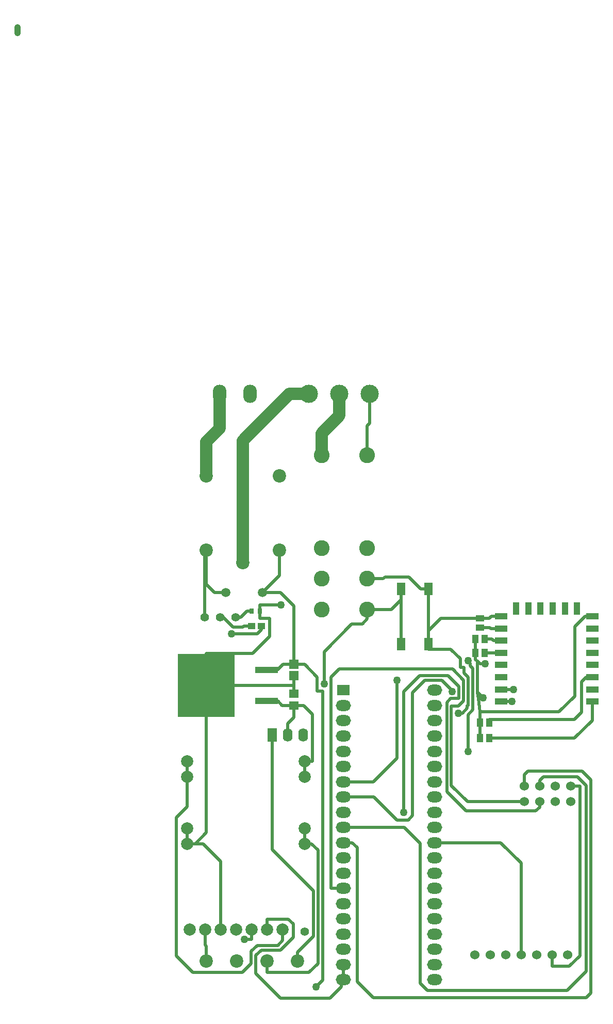
<source format=gtl>
G04 Layer_Physical_Order=1*
G04 Layer_Color=25308*
%FSLAX44Y44*%
%MOMM*%
G71*
G01*
G75*
%ADD10R,1.1500X1.0500*%
%ADD11R,0.7000X0.9500*%
%ADD12R,1.5500X1.5500*%
%ADD13R,1.5500X1.4500*%
%ADD14R,2.0000X1.0000*%
%ADD15R,1.0000X2.0000*%
%ADD16R,1.3500X1.0000*%
%ADD17R,1.0000X1.3500*%
%ADD18R,1.4000X2.1000*%
%ADD19R,9.3000X10.4000*%
%ADD20R,3.8000X1.0000*%
%ADD21C,0.5000*%
%ADD22C,1.0000*%
%ADD23C,2.0000*%
%ADD24O,1.6000X2.2000*%
%ADD25R,1.6000X2.2000*%
%ADD26C,1.5000*%
%ADD27O,2.2500X3.0000*%
%ADD28C,3.0000*%
%ADD29C,2.2000*%
%ADD30C,1.4000*%
%ADD31C,1.5240*%
%ADD32C,1.3970*%
%ADD33R,2.0000X1.8000*%
%ADD34O,2.5000X1.8000*%
%ADD35C,2.0000*%
%ADD36C,2.6000*%
%ADD37C,1.2700*%
D10*
X384180Y871220D02*
D03*
X400680D02*
D03*
D11*
X398160Y895350D02*
D03*
X384160D02*
D03*
D12*
X453390Y808080D02*
D03*
Y789580D02*
D03*
D13*
Y741070D02*
D03*
Y760070D02*
D03*
D14*
X793680Y747320D02*
D03*
Y767320D02*
D03*
Y787320D02*
D03*
Y807320D02*
D03*
Y827320D02*
D03*
Y847320D02*
D03*
Y867320D02*
D03*
Y887320D02*
D03*
X943680D02*
D03*
Y867320D02*
D03*
Y847320D02*
D03*
Y827320D02*
D03*
Y807320D02*
D03*
Y787320D02*
D03*
Y767320D02*
D03*
Y747320D02*
D03*
D15*
X818680Y900320D02*
D03*
X838680D02*
D03*
X858680D02*
D03*
X878680D02*
D03*
X898680D02*
D03*
X918680D02*
D03*
D16*
X759460Y868800D02*
D03*
Y883800D02*
D03*
D17*
X766960Y849630D02*
D03*
X751960D02*
D03*
X766960Y826770D02*
D03*
X751960D02*
D03*
X774580Y687070D02*
D03*
X759580D02*
D03*
X774580Y712470D02*
D03*
X759580D02*
D03*
D18*
X674899Y841444D02*
D03*
Y932444D02*
D03*
X629900Y841444D02*
D03*
Y932444D02*
D03*
D19*
X309940Y773430D02*
D03*
D20*
X408440Y798830D02*
D03*
Y748030D02*
D03*
D21*
X429570Y953770D02*
Y995360D01*
X401630Y925830D02*
X429570Y953770D01*
X534670Y590810D02*
X584448D01*
X622554Y552704D01*
X641350D01*
X648716Y560070D01*
Y762000D01*
X669026Y782310D01*
X696224D01*
X713486Y765048D01*
Y763778D02*
Y765048D01*
X793680Y747320D02*
X811807D01*
X793680Y767320D02*
X814324D01*
X622808Y654418D02*
Y782320D01*
X584200Y615810D02*
X622808Y654418D01*
X534670Y615810D02*
X584200D01*
X774580Y687070D02*
X914400D01*
X943864Y716534D01*
X943680Y747320D02*
X943864D01*
X759460Y868800D02*
X775716D01*
X777196Y867320D01*
X793680D01*
X766960Y849630D02*
X779018D01*
X781328Y847320D01*
X793680D01*
X766960Y826770D02*
X780034D01*
X780584Y827320D01*
X793680D01*
X774580Y712470D02*
Y718312D01*
X914400D02*
X925830Y729742D01*
Y779700D01*
X933450Y787320D01*
X943680D01*
X574040Y1151690D02*
Y1199642D01*
X578320Y1203922D01*
Y1252220D01*
X574040Y898290D02*
X613789D01*
X629900Y914400D01*
Y841444D02*
Y914400D01*
X574040Y882650D02*
Y898290D01*
X565912Y874522D02*
X574040Y882650D01*
X548640Y874522D02*
X565912D01*
X503174Y829056D02*
X548640Y874522D01*
X503174Y775970D02*
Y829056D01*
X739648Y665480D02*
Y725904D01*
X747537Y733792D01*
Y801863D01*
X743458Y805942D02*
X747537Y801863D01*
X743458Y805942D02*
Y810514D01*
X739394Y814578D02*
X743458Y810514D01*
X350774Y858266D02*
X393700D01*
X400680Y865246D01*
Y871220D01*
X278150Y623660D02*
Y649060D01*
Y574822D02*
Y623660D01*
X260604Y557276D02*
X278150Y574822D01*
X260604Y330200D02*
Y557276D01*
Y330200D02*
X288036Y302768D01*
X369038D01*
X383770Y317500D01*
Y337542D01*
X393700Y347472D01*
X427182D01*
X435310Y355600D01*
Y372980D01*
X751960Y826770D02*
Y849630D01*
X758927Y730758D02*
X759580Y712470D01*
X751960Y816515D02*
Y826770D01*
X758927Y809548D02*
X767588D01*
X932024Y887320D02*
X943680D01*
X914654Y869950D02*
X932024Y887320D01*
X914654Y756412D02*
Y869950D01*
X889000Y730758D02*
X914654Y756412D01*
X758927Y730758D02*
X889000D01*
X758927D02*
X759580Y723900D01*
Y712470D02*
Y723900D01*
Y687070D02*
Y712470D01*
X755077Y762693D02*
Y813398D01*
Y762693D02*
X764660Y753110D01*
X384510Y357632D02*
Y372980D01*
X372364Y357632D02*
X384510D01*
X408440Y748030D02*
X427228D01*
X434188Y741070D01*
X453390D01*
X443230Y692150D02*
Y711454D01*
X453390Y721614D01*
Y741070D01*
X469900D01*
X484378Y726592D01*
Y649060D02*
Y726592D01*
X471150Y649060D02*
X484378D01*
X471150Y623660D02*
Y649060D01*
X309810Y321310D02*
Y346202D01*
X308310Y347702D02*
X309810Y346202D01*
X308310Y347702D02*
Y372980D01*
X471150Y514260D02*
Y539660D01*
Y514260D02*
X482600D01*
X493195Y503665D01*
Y317500D02*
Y503665D01*
X478463Y302768D02*
X493195Y317500D01*
X409810Y302768D02*
X478463D01*
X409810D02*
Y321310D01*
X534670Y290810D02*
Y315810D01*
X409910Y372980D02*
Y390652D01*
X444500D01*
X452810Y382342D01*
Y360820D02*
Y382342D01*
X431800Y339810D02*
X452810Y360820D01*
X400050Y339810D02*
X431800D01*
X391310Y331070D02*
X400050Y339810D01*
X391310Y301348D02*
Y331070D01*
Y301348D02*
X431800Y260858D01*
X512572D01*
X531114Y279400D01*
Y290810D02*
X534670D01*
X304800Y514260D02*
X333710Y485350D01*
Y372980D02*
Y485350D01*
X278150Y514260D02*
Y539660D01*
Y514260D02*
X292100D01*
X309940Y532100D01*
Y773430D01*
X759460Y883800D02*
X774700D01*
X778220Y887320D01*
X793680D01*
X695099Y883800D02*
X759460D01*
X674899Y863600D02*
X695099Y883800D01*
X674899Y841444D02*
Y863600D01*
X661670Y932444D02*
X674899D01*
X642630Y951484D02*
X661670Y932444D01*
X603250Y951484D02*
X642630D01*
X600456Y948690D02*
X603250Y951484D01*
X574040Y948690D02*
X600456D01*
X723646Y728110D02*
X730250D01*
X738438Y736298D01*
Y740810D01*
X739996D01*
Y787400D01*
X732929Y794467D02*
X739996Y787400D01*
X732794Y794467D02*
X732929D01*
X732794D02*
Y803317D01*
X726680D02*
X732794D01*
X726680D02*
Y817640D01*
X711200Y833120D02*
X726680Y817640D01*
X674899Y833120D02*
Y841444D01*
X398160Y895350D02*
Y906018D01*
X432054D01*
X309940Y773430D02*
X453390D01*
X309940D02*
Y826068D01*
X386140D02*
X414020Y853948D01*
Y884174D01*
X398160D02*
X414020D01*
X398160D02*
Y895350D01*
X908050Y608330D02*
X923290D01*
Y330200D02*
Y608330D01*
X906018Y312928D02*
X923290Y330200D01*
X877570Y312928D02*
X906018D01*
X877570D02*
Y331470D01*
X408440Y798830D02*
X426212D01*
X435462Y808080D01*
X453390D01*
X401630Y925830D02*
X431800D01*
X453390Y904240D01*
Y808080D02*
Y904240D01*
X489712Y279400D02*
X500736Y290424D01*
Y764792D01*
X491784D02*
X500736D01*
X491784D02*
Y787400D01*
X471104Y808080D02*
X491784Y787400D01*
X453390Y808080D02*
X471104D01*
X738926Y582930D02*
X831850D01*
X712256Y609600D02*
X738926Y582930D01*
X712256Y609600D02*
Y739500D01*
X723900D01*
X732456Y748056D01*
Y782460D01*
X714308Y800608D02*
X732456Y782460D01*
X527812Y800608D02*
X714308D01*
X514604Y787400D02*
X527812Y800608D01*
X514604Y440810D02*
Y787400D01*
Y440810D02*
X534670D01*
X831850Y608330D02*
Y627126D01*
X838200Y633476D01*
X927100D01*
X941578Y618998D01*
Y269494D02*
Y618998D01*
X933450Y261366D02*
X941578Y269494D01*
X584200Y261366D02*
X933450D01*
X557530Y288036D02*
X584200Y261366D01*
X557530Y288036D02*
Y508000D01*
X549720Y515810D02*
X557530Y508000D01*
X534670Y515810D02*
X549720D01*
X634238Y565404D02*
Y763689D01*
X660400Y789851D01*
X707086D01*
X724916Y772021D01*
Y752388D02*
Y772021D01*
X711200Y752388D02*
X724916D01*
X704715Y745903D02*
X711200Y752388D01*
X704715Y599575D02*
Y745903D01*
Y599575D02*
X736600Y567690D01*
X850900D01*
X857250Y574040D01*
Y582930D01*
X534670Y540810D02*
X635000D01*
X661416Y514394D01*
Y285242D02*
Y514394D01*
Y285242D02*
X673100Y273558D01*
X902716D01*
X933958Y304800D01*
Y609600D01*
X919480Y624078D02*
X933958Y609600D01*
X863600Y624078D02*
X919480D01*
X857250Y617728D02*
X863600Y624078D01*
X857250Y608330D02*
Y617728D01*
X684670Y515810D02*
X793560D01*
X826770Y482600D01*
Y331470D02*
Y482600D01*
X309570Y939800D02*
Y995360D01*
Y939800D02*
X323540Y925830D01*
X341630D01*
X307340Y995360D02*
X309570D01*
X358140Y885190D02*
X366014D01*
X376174Y895350D01*
X384160D01*
X332740Y885190D02*
X337566D01*
X353314Y869442D01*
X370078D01*
X371856Y871220D01*
X384180D01*
X459810Y321310D02*
Y336105D01*
X485655Y361950D01*
Y436619D01*
X417830Y504444D02*
X485655Y436619D01*
X417830Y504444D02*
Y692150D01*
X943864Y716534D02*
Y747320D01*
X774580Y718312D02*
X914400D01*
X629900Y914400D02*
Y932444D01*
X756353Y752109D02*
X758927Y730758D01*
X755077Y762693D02*
X756353Y752109D01*
X751960Y816515D02*
X755077Y813398D01*
X758927Y809548D01*
X292100Y514260D02*
X304800D01*
X531114Y279400D02*
Y290810D01*
X309940Y826068D02*
X386140D01*
X453390Y760070D02*
Y773430D01*
Y789580D01*
X674899Y863600D02*
Y932444D01*
Y833120D02*
X711200D01*
X307340Y885190D02*
Y995360D01*
D22*
X0Y1849120D02*
Y1852930D01*
Y1844040D02*
Y1849120D01*
D23*
X369570Y975360D02*
Y1175512D01*
X446278Y1252220D01*
X478320D01*
X309570Y1117360D02*
Y1173480D01*
X331870Y1195780D01*
Y1252220D01*
X499040Y1151690D02*
Y1187196D01*
X528320Y1216476D01*
Y1252220D01*
D24*
X468630Y692150D02*
D03*
X443230D02*
D03*
D25*
X417830D02*
D03*
D26*
X341630Y925830D02*
D03*
X401630D02*
D03*
D27*
X381870Y1252220D02*
D03*
X331870D02*
D03*
D28*
X578320D02*
D03*
X528320D02*
D03*
X478320D02*
D03*
D29*
X369570Y975360D02*
D03*
X309570Y995360D02*
D03*
Y1117360D02*
D03*
X429570D02*
D03*
Y995360D02*
D03*
X309810Y321310D02*
D03*
X359810D02*
D03*
X409810D02*
D03*
X459810D02*
D03*
D30*
X358140Y885190D02*
D03*
X307340D02*
D03*
X332740D02*
D03*
D31*
X831850Y608330D02*
D03*
Y582930D02*
D03*
X857250Y608330D02*
D03*
Y582930D02*
D03*
X882650Y608330D02*
D03*
Y582930D02*
D03*
X908050Y608330D02*
D03*
Y582930D02*
D03*
X750570Y331470D02*
D03*
X775970D02*
D03*
X801370D02*
D03*
X826770D02*
D03*
X852170D02*
D03*
X877570D02*
D03*
X902970D02*
D03*
D32*
X471170Y369570D02*
D03*
D33*
X534670Y765810D02*
D03*
D34*
Y740810D02*
D03*
Y715810D02*
D03*
Y690810D02*
D03*
Y665810D02*
D03*
Y640810D02*
D03*
Y615810D02*
D03*
Y590810D02*
D03*
Y565810D02*
D03*
Y540810D02*
D03*
Y515810D02*
D03*
Y490810D02*
D03*
Y465810D02*
D03*
Y440810D02*
D03*
Y415810D02*
D03*
Y390810D02*
D03*
Y365810D02*
D03*
Y340810D02*
D03*
Y315810D02*
D03*
Y290810D02*
D03*
X684670Y765810D02*
D03*
Y740810D02*
D03*
Y715810D02*
D03*
Y690810D02*
D03*
Y665810D02*
D03*
Y640810D02*
D03*
Y615810D02*
D03*
Y590810D02*
D03*
Y565810D02*
D03*
Y540810D02*
D03*
Y515810D02*
D03*
Y490810D02*
D03*
Y465810D02*
D03*
Y440810D02*
D03*
Y415810D02*
D03*
Y390810D02*
D03*
Y365810D02*
D03*
Y340810D02*
D03*
Y315810D02*
D03*
Y290810D02*
D03*
D35*
X471150Y649060D02*
D03*
Y623660D02*
D03*
X278150D02*
D03*
Y649060D02*
D03*
Y514260D02*
D03*
Y539660D02*
D03*
X471150D02*
D03*
Y514260D02*
D03*
X435310Y372980D02*
D03*
X384510D02*
D03*
X359110D02*
D03*
X409910D02*
D03*
X333710D02*
D03*
X308310D02*
D03*
X282910D02*
D03*
D36*
X499040Y898290D02*
D03*
X574040D02*
D03*
X499040Y999090D02*
D03*
X574040D02*
D03*
X499040Y948690D02*
D03*
X574040D02*
D03*
X499040Y1151690D02*
D03*
X574040D02*
D03*
D37*
X713486Y763778D02*
D03*
X811807Y747320D02*
D03*
X814324Y767320D02*
D03*
X622808Y782320D02*
D03*
X503174Y775970D02*
D03*
X739648Y665480D02*
D03*
X739394Y814578D02*
D03*
X350774Y858266D02*
D03*
X767588Y809548D02*
D03*
X764660Y753110D02*
D03*
X372364Y357632D02*
D03*
X723646Y728110D02*
D03*
X432054Y906018D02*
D03*
X489712Y279400D02*
D03*
X634238Y565404D02*
D03*
M02*

</source>
